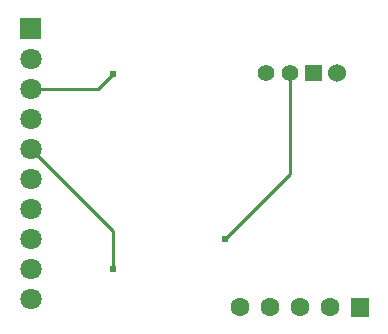
<source format=gbl>
G04 Layer: BottomLayer*
G04 EasyEDA Pro v1.7.24, 2022-06-27 15:35:26*
G04 Gerber Generator version 0.3*
G04 Scale: 100 percent, Rotated: No, Reflected: No*
G04 Dimensions in millimeters*
G04 Leading zeros omitted, absolute positions, 3 integers and 3 decimals*
%FSLAX33Y33*%
%MOMM*%
%ADD10C,1.799996*%
%ADD11C,1.524*%
%ADD12C,1.399997*%
%ADD13C,1.6002*%
%ADD14C,0.610001*%
%ADD15C,0.254*%
G75*


G04 Pad Start*
G54D10*
G01X12745Y-30273D03*
G01X12745Y-27733D03*
G01X12745Y-25193D03*
G01X12745Y-22653D03*
G01X12745Y-20113D03*
G01X12745Y-17573D03*
G01X12745Y-15033D03*
G01X12745Y-12493D03*
G01X12745Y-9953D03*
G36*
G01X11845Y-8313D02*
G01X13645Y-8313D01*
G01Y-6513D01*
G01X11845D01*
G01Y-8313D01*
G37*
G54D11*
G01X38687Y-11176D03*
G36*
G01X37387Y-11876D02*
G01X37387Y-10476D01*
G01X35987D01*
G01Y-11876D01*
G01X37387D01*
G37*
G54D12*
G01X34687Y-11176D03*
G01X32687Y-11176D03*
G54D13*
G01X35560Y-30988D03*
G01X38100Y-30988D03*
G36*
G01X39840Y-30188D02*
G01X39840Y-31788D01*
G01X41440D01*
G01Y-30188D01*
G01X39840D01*
G37*
G01X30480Y-30988D03*
G01X33020Y-30988D03*
G04 Pad End*

G04 Via Start*
G54D14*
G01X19719Y-27763D03*
G01X19730Y-11223D03*
G01X29201Y-25208D03*
G04 Via End*

G04 Track Start*
G54D15*
G01X12745Y-17573D02*
G01X19719Y-24546D01*
G01Y-27763D01*
G01X12745Y-12493D02*
G01X18460Y-12493D01*
G01X19730Y-11223D01*
G01X34687Y-11176D02*
G01X34687Y-19722D01*
G01X29201Y-25208D01*
G04 Track End*

M02*

</source>
